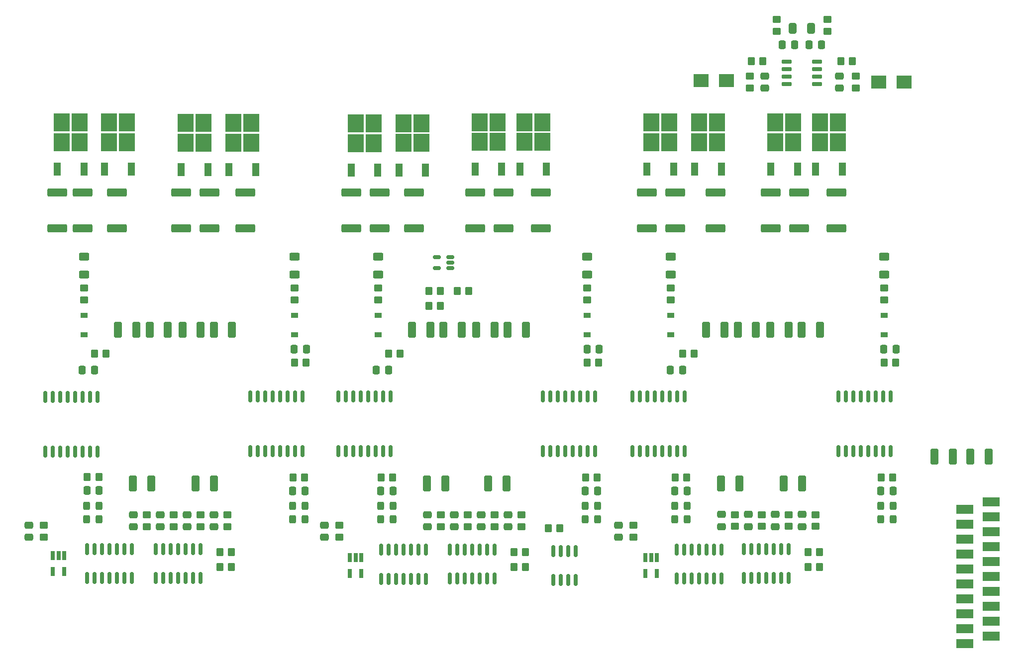
<source format=gbr>
%TF.GenerationSoftware,KiCad,Pcbnew,(6.0.1)*%
%TF.CreationDate,2023-01-11T14:02:27+03:00*%
%TF.ProjectId,Driver_SKiM459GD12E4 V2,44726976-6572-45f5-934b-694d34353947,rev?*%
%TF.SameCoordinates,Original*%
%TF.FileFunction,Paste,Top*%
%TF.FilePolarity,Positive*%
%FSLAX46Y46*%
G04 Gerber Fmt 4.6, Leading zero omitted, Abs format (unit mm)*
G04 Created by KiCad (PCBNEW (6.0.1)) date 2023-01-11 14:02:27*
%MOMM*%
%LPD*%
G01*
G04 APERTURE LIST*
G04 Aperture macros list*
%AMRoundRect*
0 Rectangle with rounded corners*
0 $1 Rounding radius*
0 $2 $3 $4 $5 $6 $7 $8 $9 X,Y pos of 4 corners*
0 Add a 4 corners polygon primitive as box body*
4,1,4,$2,$3,$4,$5,$6,$7,$8,$9,$2,$3,0*
0 Add four circle primitives for the rounded corners*
1,1,$1+$1,$2,$3*
1,1,$1+$1,$4,$5*
1,1,$1+$1,$6,$7*
1,1,$1+$1,$8,$9*
0 Add four rect primitives between the rounded corners*
20,1,$1+$1,$2,$3,$4,$5,0*
20,1,$1+$1,$4,$5,$6,$7,0*
20,1,$1+$1,$6,$7,$8,$9,0*
20,1,$1+$1,$8,$9,$2,$3,0*%
G04 Aperture macros list end*
%ADD10RoundRect,0.250000X-0.337500X-0.475000X0.337500X-0.475000X0.337500X0.475000X-0.337500X0.475000X0*%
%ADD11R,2.750000X3.050000*%
%ADD12R,1.200000X2.200000*%
%ADD13RoundRect,0.250000X-0.412500X-1.100000X0.412500X-1.100000X0.412500X1.100000X-0.412500X1.100000X0*%
%ADD14RoundRect,0.150000X-0.150000X0.825000X-0.150000X-0.825000X0.150000X-0.825000X0.150000X0.825000X0*%
%ADD15RoundRect,0.250000X0.412500X1.100000X-0.412500X1.100000X-0.412500X-1.100000X0.412500X-1.100000X0*%
%ADD16RoundRect,0.250000X-0.625000X0.400000X-0.625000X-0.400000X0.625000X-0.400000X0.625000X0.400000X0*%
%ADD17RoundRect,0.250000X0.475000X-0.337500X0.475000X0.337500X-0.475000X0.337500X-0.475000X-0.337500X0*%
%ADD18R,2.500000X2.300000*%
%ADD19RoundRect,0.250000X0.450000X-0.350000X0.450000X0.350000X-0.450000X0.350000X-0.450000X-0.350000X0*%
%ADD20RoundRect,0.250000X0.350000X0.450000X-0.350000X0.450000X-0.350000X-0.450000X0.350000X-0.450000X0*%
%ADD21RoundRect,0.250000X0.337500X0.475000X-0.337500X0.475000X-0.337500X-0.475000X0.337500X-0.475000X0*%
%ADD22RoundRect,0.150000X0.150000X-0.875000X0.150000X0.875000X-0.150000X0.875000X-0.150000X-0.875000X0*%
%ADD23RoundRect,0.250000X-0.450000X0.350000X-0.450000X-0.350000X0.450000X-0.350000X0.450000X0.350000X0*%
%ADD24R,0.650000X1.560000*%
%ADD25RoundRect,0.250000X-0.350000X-0.450000X0.350000X-0.450000X0.350000X0.450000X-0.350000X0.450000X0*%
%ADD26RoundRect,0.250000X-0.325000X-0.450000X0.325000X-0.450000X0.325000X0.450000X-0.325000X0.450000X0*%
%ADD27RoundRect,0.249999X-1.425001X0.450001X-1.425001X-0.450001X1.425001X-0.450001X1.425001X0.450001X0*%
%ADD28RoundRect,0.150000X0.150000X-0.825000X0.150000X0.825000X-0.150000X0.825000X-0.150000X-0.825000X0*%
%ADD29R,1.200000X0.900000*%
%ADD30RoundRect,0.249999X1.425001X-0.450001X1.425001X0.450001X-1.425001X0.450001X-1.425001X-0.450001X0*%
%ADD31RoundRect,0.250000X-0.475000X0.337500X-0.475000X-0.337500X0.475000X-0.337500X0.475000X0.337500X0*%
%ADD32R,2.997200X1.498600*%
%ADD33RoundRect,0.250000X0.412500X0.650000X-0.412500X0.650000X-0.412500X-0.650000X0.412500X-0.650000X0*%
%ADD34RoundRect,0.150000X0.512500X0.150000X-0.512500X0.150000X-0.512500X-0.150000X0.512500X-0.150000X0*%
%ADD35RoundRect,0.150000X0.725000X0.150000X-0.725000X0.150000X-0.725000X-0.150000X0.725000X-0.150000X0*%
G04 APERTURE END LIST*
D10*
%TO.C,C43*%
X208512500Y-96012000D03*
X210587500Y-96012000D03*
%TD*%
D11*
%TO.C,Q11*%
X171959000Y-60789000D03*
X171959000Y-57439000D03*
X168909000Y-60789000D03*
X168909000Y-57439000D03*
D12*
X168154000Y-65414000D03*
X172714000Y-65414000D03*
%TD*%
D13*
%TO.C,C54*%
X144449000Y-92710000D03*
X147574000Y-92710000D03*
%TD*%
D14*
%TO.C,D45*%
X180848000Y-130113000D03*
X179578000Y-130113000D03*
X178308000Y-130113000D03*
X177038000Y-130113000D03*
X175768000Y-130113000D03*
X174498000Y-130113000D03*
X173228000Y-130113000D03*
X173228000Y-135063000D03*
X174498000Y-135063000D03*
X175768000Y-135063000D03*
X177038000Y-135063000D03*
X178308000Y-135063000D03*
X179578000Y-135063000D03*
X180848000Y-135063000D03*
%TD*%
D15*
%TO.C,C55*%
X194602500Y-118872000D03*
X191477500Y-118872000D03*
%TD*%
D16*
%TO.C,R43*%
X122428000Y-80238000D03*
X122428000Y-83338000D03*
%TD*%
D17*
%TO.C,C65*%
X144526000Y-126259500D03*
X144526000Y-124184500D03*
%TD*%
D18*
%TO.C,D50*%
X207654000Y-50546000D03*
X211954000Y-50546000D03*
%TD*%
D19*
%TO.C,R26*%
X92202000Y-126243500D03*
X92202000Y-124243500D03*
%TD*%
D16*
%TO.C,R41*%
X157988000Y-80238000D03*
X157988000Y-83338000D03*
%TD*%
D20*
%TO.C,R138*%
X133080000Y-88646000D03*
X131080000Y-88646000D03*
%TD*%
D21*
%TO.C,C42*%
X210079500Y-120142000D03*
X208004500Y-120142000D03*
%TD*%
D17*
%TO.C,C15*%
X94488000Y-126281000D03*
X94488000Y-124206000D03*
%TD*%
D13*
%TO.C,C53*%
X139183000Y-92710000D03*
X142308000Y-92710000D03*
%TD*%
D11*
%TO.C,Q10*%
X189991000Y-57439000D03*
X193041000Y-60789000D03*
X189991000Y-60789000D03*
X193041000Y-57439000D03*
D12*
X189236000Y-65414000D03*
X193796000Y-65414000D03*
%TD*%
D22*
%TO.C,D1*%
X100711000Y-113362000D03*
X101981000Y-113362000D03*
X103251000Y-113362000D03*
X104521000Y-113362000D03*
X105791000Y-113362000D03*
X107061000Y-113362000D03*
X108331000Y-113362000D03*
X109601000Y-113362000D03*
X109601000Y-104062000D03*
X108331000Y-104062000D03*
X107061000Y-104062000D03*
X105791000Y-104062000D03*
X104521000Y-104062000D03*
X103251000Y-104062000D03*
X101981000Y-104062000D03*
X100711000Y-104062000D03*
%TD*%
D23*
%TO.C,R39*%
X122428000Y-85614000D03*
X122428000Y-87614000D03*
%TD*%
D14*
%TO.C,D14*%
X92202000Y-130048000D03*
X90932000Y-130048000D03*
X89662000Y-130048000D03*
X88392000Y-130048000D03*
X87122000Y-130048000D03*
X85852000Y-130048000D03*
X84582000Y-130048000D03*
X84582000Y-134998000D03*
X85852000Y-134998000D03*
X87122000Y-134998000D03*
X88392000Y-134998000D03*
X89662000Y-134998000D03*
X90932000Y-134998000D03*
X92202000Y-134998000D03*
%TD*%
D24*
%TO.C,D44*%
X169860000Y-131492000D03*
X168910000Y-131492000D03*
X167960000Y-131492000D03*
X167960000Y-134192000D03*
X169860000Y-134192000D03*
%TD*%
D25*
%TO.C,R122*%
X201184000Y-46990000D03*
X203184000Y-46990000D03*
%TD*%
D26*
%TO.C,D11*%
X72889000Y-124968000D03*
X74939000Y-124968000D03*
%TD*%
D13*
%TO.C,C23*%
X78193500Y-92710000D03*
X81318500Y-92710000D03*
%TD*%
D11*
%TO.C,Q1*%
X97789000Y-60857000D03*
X100839000Y-57507000D03*
X100839000Y-60857000D03*
X97789000Y-57507000D03*
D12*
X97034000Y-65482000D03*
X101594000Y-65482000D03*
%TD*%
D27*
%TO.C,R37*%
X138938000Y-69340000D03*
X138938000Y-75440000D03*
%TD*%
D19*
%TO.C,R27*%
X87630000Y-126243500D03*
X87630000Y-124243500D03*
%TD*%
%TO.C,R88*%
X183134000Y-126200500D03*
X183134000Y-124200500D03*
%TD*%
D13*
%TO.C,C60*%
X183642000Y-92710000D03*
X186767000Y-92710000D03*
%TD*%
D15*
%TO.C,C49*%
X133858000Y-118872000D03*
X130733000Y-118872000D03*
%TD*%
D21*
%TO.C,C5*%
X74973000Y-120104500D03*
X72898000Y-120104500D03*
%TD*%
D11*
%TO.C,Q4*%
X76629000Y-60789000D03*
X79679000Y-57439000D03*
X79679000Y-60789000D03*
X76629000Y-57439000D03*
D12*
X75874000Y-65414000D03*
X80434000Y-65414000D03*
%TD*%
D26*
%TO.C,D12*%
X107941000Y-122682000D03*
X109991000Y-122682000D03*
%TD*%
D20*
%TO.C,R139*%
X133080000Y-86106000D03*
X131080000Y-86106000D03*
%TD*%
D27*
%TO.C,R53*%
X189230000Y-69340000D03*
X189230000Y-75440000D03*
%TD*%
D25*
%TO.C,R142*%
X151400000Y-126492000D03*
X153400000Y-126492000D03*
%TD*%
D10*
%TO.C,C88*%
X191240500Y-44196000D03*
X193315500Y-44196000D03*
%TD*%
D16*
%TO.C,R12*%
X72390000Y-80238000D03*
X72390000Y-83338000D03*
%TD*%
D17*
%TO.C,C90*%
X200914000Y-51583500D03*
X200914000Y-49508500D03*
%TD*%
D13*
%TO.C,C58*%
X194525500Y-92710000D03*
X197650500Y-92710000D03*
%TD*%
D21*
%TO.C,C6*%
X74189500Y-99568000D03*
X72114500Y-99568000D03*
%TD*%
D17*
%TO.C,C16*%
X80772000Y-126259500D03*
X80772000Y-124184500D03*
%TD*%
D19*
%TO.C,R86*%
X192278000Y-126200500D03*
X192278000Y-124200500D03*
%TD*%
D20*
%TO.C,R126*%
X97504000Y-130556000D03*
X95504000Y-130556000D03*
%TD*%
D25*
%TO.C,R89*%
X145542000Y-133096000D03*
X147542000Y-133096000D03*
%TD*%
%TO.C,R129*%
X195596000Y-133096000D03*
X197596000Y-133096000D03*
%TD*%
%TO.C,R125*%
X95504000Y-133096000D03*
X97504000Y-133096000D03*
%TD*%
D17*
%TO.C,C68*%
X135382000Y-126259500D03*
X135382000Y-124184500D03*
%TD*%
D25*
%TO.C,R60*%
X208550000Y-98298000D03*
X210550000Y-98298000D03*
%TD*%
D27*
%TO.C,R2*%
X88900000Y-69340000D03*
X88900000Y-75440000D03*
%TD*%
D17*
%TO.C,C66*%
X130810000Y-126259500D03*
X130810000Y-124184500D03*
%TD*%
D20*
%TO.C,R1*%
X109966000Y-117856000D03*
X107966000Y-117856000D03*
%TD*%
D11*
%TO.C,Q7*%
X121666000Y-57610000D03*
X118616000Y-60960000D03*
X118616000Y-57610000D03*
X121666000Y-60960000D03*
D12*
X117861000Y-65585000D03*
X122421000Y-65585000D03*
%TD*%
D26*
%TO.C,D40*%
X208017000Y-122682000D03*
X210067000Y-122682000D03*
%TD*%
D19*
%TO.C,R118*%
X198882000Y-41894000D03*
X198882000Y-39894000D03*
%TD*%
D27*
%TO.C,R36*%
X122682000Y-69340000D03*
X122682000Y-75440000D03*
%TD*%
D10*
%TO.C,C33*%
X157988000Y-96012000D03*
X160063000Y-96012000D03*
%TD*%
D16*
%TO.C,R59*%
X172212000Y-80238000D03*
X172212000Y-83338000D03*
%TD*%
D28*
%TO.C,U4*%
X152273000Y-135317000D03*
X153543000Y-135317000D03*
X154813000Y-135317000D03*
X156083000Y-135317000D03*
X156083000Y-130367000D03*
X154813000Y-130367000D03*
X153543000Y-130367000D03*
X152273000Y-130367000D03*
%TD*%
D22*
%TO.C,D18*%
X150495000Y-113362000D03*
X151765000Y-113362000D03*
X153035000Y-113362000D03*
X154305000Y-113362000D03*
X155575000Y-113362000D03*
X156845000Y-113362000D03*
X158115000Y-113362000D03*
X159385000Y-113362000D03*
X159385000Y-104062000D03*
X158115000Y-104062000D03*
X156845000Y-104062000D03*
X155575000Y-104062000D03*
X154305000Y-104062000D03*
X153035000Y-104062000D03*
X151765000Y-104062000D03*
X150495000Y-104062000D03*
%TD*%
%TO.C,D4*%
X65786000Y-113453750D03*
X67056000Y-113453750D03*
X68326000Y-113453750D03*
X69596000Y-113453750D03*
X70866000Y-113453750D03*
X72136000Y-113453750D03*
X73406000Y-113453750D03*
X74676000Y-113453750D03*
X74676000Y-104153750D03*
X73406000Y-104153750D03*
X72136000Y-104153750D03*
X70866000Y-104153750D03*
X69596000Y-104153750D03*
X68326000Y-104153750D03*
X67056000Y-104153750D03*
X65786000Y-104153750D03*
%TD*%
D15*
%TO.C,C19*%
X83858500Y-118872000D03*
X80733500Y-118872000D03*
%TD*%
D16*
%TO.C,R4*%
X108204000Y-80238000D03*
X108204000Y-83338000D03*
%TD*%
D11*
%TO.C,Q12*%
X180087000Y-57439000D03*
X180087000Y-60789000D03*
X177037000Y-57439000D03*
X177037000Y-60789000D03*
D12*
X176282000Y-65414000D03*
X180842000Y-65414000D03*
%TD*%
D27*
%TO.C,R38*%
X143764000Y-69340000D03*
X143764000Y-75440000D03*
%TD*%
D20*
%TO.C,R33*%
X124936000Y-117856000D03*
X122936000Y-117856000D03*
%TD*%
D21*
%TO.C,C44*%
X174265500Y-99568000D03*
X172190500Y-99568000D03*
%TD*%
D26*
%TO.C,D38*%
X172965000Y-122682000D03*
X175015000Y-122682000D03*
%TD*%
D13*
%TO.C,C52*%
X133565500Y-92710000D03*
X136690500Y-92710000D03*
%TD*%
D29*
%TO.C,D3*%
X108204000Y-90298000D03*
X108204000Y-93598000D03*
%TD*%
D11*
%TO.C,Q2*%
X89661000Y-60857000D03*
X92711000Y-57507000D03*
X89661000Y-57507000D03*
X92711000Y-60857000D03*
D12*
X88906000Y-65482000D03*
X93466000Y-65482000D03*
%TD*%
D13*
%TO.C,C24*%
X83566000Y-92710000D03*
X86691000Y-92710000D03*
%TD*%
D30*
%TO.C,R30*%
X77978000Y-75440000D03*
X77978000Y-69340000D03*
%TD*%
D19*
%TO.C,R76*%
X133096000Y-126222000D03*
X133096000Y-124222000D03*
%TD*%
D16*
%TO.C,R57*%
X208534000Y-80238000D03*
X208534000Y-83338000D03*
%TD*%
D27*
%TO.C,R52*%
X173038000Y-69340000D03*
X173038000Y-75440000D03*
%TD*%
D13*
%TO.C,C59*%
X178269500Y-92710000D03*
X181394500Y-92710000D03*
%TD*%
D19*
%TO.C,R87*%
X187706000Y-126200500D03*
X187706000Y-124200500D03*
%TD*%
D11*
%TO.C,Q8*%
X129793000Y-57575000D03*
X126743000Y-60925000D03*
X129793000Y-60925000D03*
X126743000Y-57575000D03*
D12*
X125988000Y-65550000D03*
X130548000Y-65550000D03*
%TD*%
D13*
%TO.C,C26*%
X94488000Y-92710000D03*
X97613000Y-92710000D03*
%TD*%
%TO.C,C92*%
X217131500Y-114300000D03*
X220256500Y-114300000D03*
%TD*%
D31*
%TO.C,C8*%
X62992000Y-125962500D03*
X62992000Y-128037500D03*
%TD*%
D25*
%TO.C,R6*%
X108220000Y-98298000D03*
X110220000Y-98298000D03*
%TD*%
D11*
%TO.C,Q5*%
X150367000Y-57404000D03*
X147317000Y-57404000D03*
X150367000Y-60754000D03*
X147317000Y-60754000D03*
D12*
X146562000Y-65379000D03*
X151122000Y-65379000D03*
%TD*%
D17*
%TO.C,C75*%
X189992000Y-126238000D03*
X189992000Y-124163000D03*
%TD*%
D27*
%TO.C,R54*%
X194056000Y-69340000D03*
X194056000Y-75440000D03*
%TD*%
D26*
%TO.C,D13*%
X107941000Y-124968000D03*
X109991000Y-124968000D03*
%TD*%
D23*
%TO.C,R123*%
X185674000Y-49546000D03*
X185674000Y-51546000D03*
%TD*%
D29*
%TO.C,D26*%
X172212000Y-90298000D03*
X172212000Y-93598000D03*
%TD*%
D15*
%TO.C,C20*%
X94526500Y-118872000D03*
X91401500Y-118872000D03*
%TD*%
D29*
%TO.C,D5*%
X72390000Y-90298000D03*
X72390000Y-93598000D03*
%TD*%
D19*
%TO.C,R75*%
X137668000Y-126222000D03*
X137668000Y-124222000D03*
%TD*%
D30*
%TO.C,R61*%
X200406000Y-75440000D03*
X200406000Y-69340000D03*
%TD*%
%TO.C,R45*%
X150114000Y-75440000D03*
X150114000Y-69340000D03*
%TD*%
D11*
%TO.C,Q9*%
X200661000Y-57439000D03*
X197611000Y-57439000D03*
X200661000Y-60789000D03*
X197611000Y-60789000D03*
D12*
X196856000Y-65414000D03*
X201416000Y-65414000D03*
%TD*%
D15*
%TO.C,C50*%
X144310500Y-118872000D03*
X141185500Y-118872000D03*
%TD*%
D21*
%TO.C,C31*%
X125003500Y-120142000D03*
X122928500Y-120142000D03*
%TD*%
%TO.C,C34*%
X124227500Y-99568000D03*
X122152500Y-99568000D03*
%TD*%
D11*
%TO.C,Q3*%
X68579000Y-57439000D03*
X68579000Y-60789000D03*
X71629000Y-57439000D03*
X71629000Y-60789000D03*
D12*
X67824000Y-65414000D03*
X72384000Y-65414000D03*
%TD*%
D26*
%TO.C,D34*%
X122927000Y-124968000D03*
X124977000Y-124968000D03*
%TD*%
D19*
%TO.C,R25*%
X96774000Y-126243500D03*
X96774000Y-124243500D03*
%TD*%
D32*
%TO.C,J1*%
X222255800Y-146177000D03*
X226755801Y-144907000D03*
X222255800Y-143637000D03*
X226755801Y-142367000D03*
X222255800Y-141097000D03*
X226755801Y-139827000D03*
X222255800Y-138557000D03*
X226755801Y-137287000D03*
X222255800Y-136017000D03*
X226755801Y-134747000D03*
X222255800Y-133477000D03*
X226755801Y-132207000D03*
X222255800Y-130937000D03*
X226755801Y-129667000D03*
X222255800Y-128397000D03*
X226755801Y-127127000D03*
X222255800Y-125857000D03*
X226755801Y-124587000D03*
X222255800Y-123317000D03*
X226755801Y-122047000D03*
%TD*%
D20*
%TO.C,R7*%
X74935500Y-117818500D03*
X72935500Y-117818500D03*
%TD*%
D24*
%TO.C,D9*%
X119568000Y-131492000D03*
X118618000Y-131492000D03*
X117668000Y-131492000D03*
X117668000Y-134192000D03*
X119568000Y-134192000D03*
%TD*%
D23*
%TO.C,R119*%
X190246000Y-39894000D03*
X190246000Y-41894000D03*
%TD*%
D29*
%TO.C,D25*%
X208534000Y-90298000D03*
X208534000Y-93598000D03*
%TD*%
D26*
%TO.C,D39*%
X172965000Y-124968000D03*
X175015000Y-124968000D03*
%TD*%
D20*
%TO.C,R49*%
X174990000Y-117856000D03*
X172990000Y-117856000D03*
%TD*%
D25*
%TO.C,R58*%
X174260000Y-96774000D03*
X176260000Y-96774000D03*
%TD*%
D26*
%TO.C,D41*%
X208017000Y-124968000D03*
X210067000Y-124968000D03*
%TD*%
D30*
%TO.C,R29*%
X99822000Y-75440000D03*
X99822000Y-69340000D03*
%TD*%
D25*
%TO.C,R44*%
X158004000Y-98298000D03*
X160004000Y-98298000D03*
%TD*%
D27*
%TO.C,R51*%
X168148000Y-69340000D03*
X168148000Y-75440000D03*
%TD*%
D17*
%TO.C,C76*%
X185420000Y-126238000D03*
X185420000Y-124163000D03*
%TD*%
D14*
%TO.C,D37*%
X142240000Y-130113000D03*
X140970000Y-130113000D03*
X139700000Y-130113000D03*
X138430000Y-130113000D03*
X137160000Y-130113000D03*
X135890000Y-130113000D03*
X134620000Y-130113000D03*
X134620000Y-135063000D03*
X135890000Y-135063000D03*
X137160000Y-135063000D03*
X138430000Y-135063000D03*
X139700000Y-135063000D03*
X140970000Y-135063000D03*
X142240000Y-135063000D03*
%TD*%
D23*
%TO.C,R40*%
X157988000Y-85614000D03*
X157988000Y-87614000D03*
%TD*%
D13*
%TO.C,C51*%
X128231500Y-92710000D03*
X131356500Y-92710000D03*
%TD*%
D26*
%TO.C,D33*%
X122927000Y-122682000D03*
X124977000Y-122682000D03*
%TD*%
D17*
%TO.C,C67*%
X139954000Y-126259500D03*
X139954000Y-124184500D03*
%TD*%
%TO.C,C73*%
X194564000Y-126238000D03*
X194564000Y-124163000D03*
%TD*%
D15*
%TO.C,C91*%
X226352500Y-114300000D03*
X223227500Y-114300000D03*
%TD*%
D13*
%TO.C,C25*%
X89154000Y-92710000D03*
X92279000Y-92710000D03*
%TD*%
D14*
%TO.C,D43*%
X130556000Y-130178000D03*
X129286000Y-130178000D03*
X128016000Y-130178000D03*
X126746000Y-130178000D03*
X125476000Y-130178000D03*
X124206000Y-130178000D03*
X122936000Y-130178000D03*
X122936000Y-135128000D03*
X124206000Y-135128000D03*
X125476000Y-135128000D03*
X126746000Y-135128000D03*
X128016000Y-135128000D03*
X129286000Y-135128000D03*
X130556000Y-135128000D03*
%TD*%
D19*
%TO.C,R85*%
X196850000Y-126184500D03*
X196850000Y-124184500D03*
%TD*%
D27*
%TO.C,R8*%
X67818000Y-69340000D03*
X67818000Y-75440000D03*
%TD*%
D20*
%TO.C,R90*%
X147558000Y-130556000D03*
X145558000Y-130556000D03*
%TD*%
%TO.C,R34*%
X159750000Y-117856000D03*
X157750000Y-117856000D03*
%TD*%
D10*
%TO.C,C3*%
X108182500Y-96012000D03*
X110257500Y-96012000D03*
%TD*%
D27*
%TO.C,R3*%
X93726000Y-69340000D03*
X93726000Y-75440000D03*
%TD*%
D21*
%TO.C,C41*%
X175027500Y-120142000D03*
X172952500Y-120142000D03*
%TD*%
D19*
%TO.C,R74*%
X142240000Y-126222000D03*
X142240000Y-124222000D03*
%TD*%
D26*
%TO.C,D36*%
X157725000Y-124968000D03*
X159775000Y-124968000D03*
%TD*%
D17*
%TO.C,C18*%
X85344000Y-126281000D03*
X85344000Y-124206000D03*
%TD*%
D13*
%TO.C,C57*%
X189191500Y-92710000D03*
X192316500Y-92710000D03*
%TD*%
D20*
%TO.C,R130*%
X197596000Y-130556000D03*
X195596000Y-130556000D03*
%TD*%
D18*
%TO.C,D49*%
X181728000Y-50292000D03*
X177428000Y-50292000D03*
%TD*%
D14*
%TO.C,D8*%
X80518000Y-130048000D03*
X79248000Y-130048000D03*
X77978000Y-130048000D03*
X76708000Y-130048000D03*
X75438000Y-130048000D03*
X74168000Y-130048000D03*
X72898000Y-130048000D03*
X72898000Y-134998000D03*
X74168000Y-134998000D03*
X75438000Y-134998000D03*
X76708000Y-134998000D03*
X77978000Y-134998000D03*
X79248000Y-134998000D03*
X80518000Y-134998000D03*
%TD*%
D26*
%TO.C,D10*%
X72889000Y-122682000D03*
X74939000Y-122682000D03*
%TD*%
D33*
%TO.C,C85*%
X196126500Y-41402000D03*
X193001500Y-41402000D03*
%TD*%
D30*
%TO.C,R62*%
X179832000Y-75440000D03*
X179832000Y-69340000D03*
%TD*%
D29*
%TO.C,D20*%
X122428000Y-90298000D03*
X122428000Y-93598000D03*
%TD*%
D19*
%TO.C,R136*%
X165862000Y-128000000D03*
X165862000Y-126000000D03*
%TD*%
D20*
%TO.C,R121*%
X187944000Y-46990000D03*
X185944000Y-46990000D03*
%TD*%
%TO.C,R50*%
X210042000Y-117856000D03*
X208042000Y-117856000D03*
%TD*%
D19*
%TO.C,R96*%
X115824000Y-128000000D03*
X115824000Y-126000000D03*
%TD*%
D27*
%TO.C,R35*%
X117856000Y-69340000D03*
X117856000Y-75440000D03*
%TD*%
D10*
%TO.C,C87*%
X195812500Y-44196000D03*
X197887500Y-44196000D03*
%TD*%
D19*
%TO.C,R16*%
X65532000Y-128000000D03*
X65532000Y-126000000D03*
%TD*%
D23*
%TO.C,R55*%
X172212000Y-85614000D03*
X172212000Y-87614000D03*
%TD*%
D21*
%TO.C,C2*%
X110003500Y-120142000D03*
X107928500Y-120142000D03*
%TD*%
D24*
%TO.C,D7*%
X69022000Y-131173000D03*
X68072000Y-131173000D03*
X67122000Y-131173000D03*
X67122000Y-133873000D03*
X69022000Y-133873000D03*
%TD*%
D17*
%TO.C,C17*%
X89916000Y-126281000D03*
X89916000Y-124206000D03*
%TD*%
D30*
%TO.C,R46*%
X128524000Y-75440000D03*
X128524000Y-69340000D03*
%TD*%
D34*
%TO.C,U3*%
X134741500Y-82230000D03*
X134741500Y-81280000D03*
X134741500Y-80330000D03*
X132466500Y-80330000D03*
X132466500Y-82230000D03*
%TD*%
D17*
%TO.C,C74*%
X180848000Y-126238000D03*
X180848000Y-124163000D03*
%TD*%
D23*
%TO.C,R56*%
X208534000Y-85614000D03*
X208534000Y-87614000D03*
%TD*%
D26*
%TO.C,D35*%
X157725000Y-122682000D03*
X159775000Y-122682000D03*
%TD*%
D29*
%TO.C,D19*%
X157988000Y-90298000D03*
X157988000Y-93598000D03*
%TD*%
D19*
%TO.C,R73*%
X146812000Y-126222000D03*
X146812000Y-124222000D03*
%TD*%
D31*
%TO.C,C78*%
X113284000Y-125962500D03*
X113284000Y-128037500D03*
%TD*%
D23*
%TO.C,R10*%
X72390000Y-85614000D03*
X72390000Y-87614000D03*
%TD*%
%TO.C,R5*%
X108204000Y-85614000D03*
X108204000Y-87614000D03*
%TD*%
D25*
%TO.C,R42*%
X124222000Y-96774000D03*
X126222000Y-96774000D03*
%TD*%
D14*
%TO.C,D42*%
X192278000Y-130048000D03*
X191008000Y-130048000D03*
X189738000Y-130048000D03*
X188468000Y-130048000D03*
X187198000Y-130048000D03*
X185928000Y-130048000D03*
X184658000Y-130048000D03*
X184658000Y-134998000D03*
X185928000Y-134998000D03*
X187198000Y-134998000D03*
X188468000Y-134998000D03*
X189738000Y-134998000D03*
X191008000Y-134998000D03*
X192278000Y-134998000D03*
%TD*%
D25*
%TO.C,R11*%
X74184000Y-96774000D03*
X76184000Y-96774000D03*
%TD*%
D11*
%TO.C,Q6*%
X142747000Y-57404000D03*
X139697000Y-57404000D03*
X142747000Y-60754000D03*
X139697000Y-60754000D03*
D12*
X138942000Y-65379000D03*
X143502000Y-65379000D03*
%TD*%
D27*
%TO.C,R9*%
X72136000Y-69340000D03*
X72136000Y-75440000D03*
%TD*%
D15*
%TO.C,C56*%
X183934500Y-118872000D03*
X180809500Y-118872000D03*
%TD*%
D35*
%TO.C,U1*%
X197139000Y-50927000D03*
X197139000Y-49657000D03*
X197139000Y-48387000D03*
X197139000Y-47117000D03*
X191989000Y-47117000D03*
X191989000Y-48387000D03*
X191989000Y-49657000D03*
X191989000Y-50927000D03*
%TD*%
D21*
%TO.C,C32*%
X159787500Y-120142000D03*
X157712500Y-120142000D03*
%TD*%
D22*
%TO.C,D23*%
X165735000Y-113362000D03*
X167005000Y-113362000D03*
X168275000Y-113362000D03*
X169545000Y-113362000D03*
X170815000Y-113362000D03*
X172085000Y-113362000D03*
X173355000Y-113362000D03*
X174625000Y-113362000D03*
X174625000Y-104062000D03*
X173355000Y-104062000D03*
X172085000Y-104062000D03*
X170815000Y-104062000D03*
X169545000Y-104062000D03*
X168275000Y-104062000D03*
X167005000Y-104062000D03*
X165735000Y-104062000D03*
%TD*%
D31*
%TO.C,C82*%
X163322000Y-125962500D03*
X163322000Y-128037500D03*
%TD*%
D22*
%TO.C,D24*%
X200787000Y-113362000D03*
X202057000Y-113362000D03*
X203327000Y-113362000D03*
X204597000Y-113362000D03*
X205867000Y-113362000D03*
X207137000Y-113362000D03*
X208407000Y-113362000D03*
X209677000Y-113362000D03*
X209677000Y-104062000D03*
X208407000Y-104062000D03*
X207137000Y-104062000D03*
X205867000Y-104062000D03*
X204597000Y-104062000D03*
X203327000Y-104062000D03*
X202057000Y-104062000D03*
X200787000Y-104062000D03*
%TD*%
D23*
%TO.C,R124*%
X203708000Y-49546000D03*
X203708000Y-51546000D03*
%TD*%
D17*
%TO.C,C89*%
X188214000Y-51583500D03*
X188214000Y-49508500D03*
%TD*%
D20*
%TO.C,R140*%
X137906000Y-86106000D03*
X135906000Y-86106000D03*
%TD*%
D19*
%TO.C,R28*%
X83058000Y-126222000D03*
X83058000Y-124222000D03*
%TD*%
D22*
%TO.C,D17*%
X115697000Y-113362000D03*
X116967000Y-113362000D03*
X118237000Y-113362000D03*
X119507000Y-113362000D03*
X120777000Y-113362000D03*
X122047000Y-113362000D03*
X123317000Y-113362000D03*
X124587000Y-113362000D03*
X124587000Y-104062000D03*
X123317000Y-104062000D03*
X122047000Y-104062000D03*
X120777000Y-104062000D03*
X119507000Y-104062000D03*
X118237000Y-104062000D03*
X116967000Y-104062000D03*
X115697000Y-104062000D03*
%TD*%
M02*

</source>
